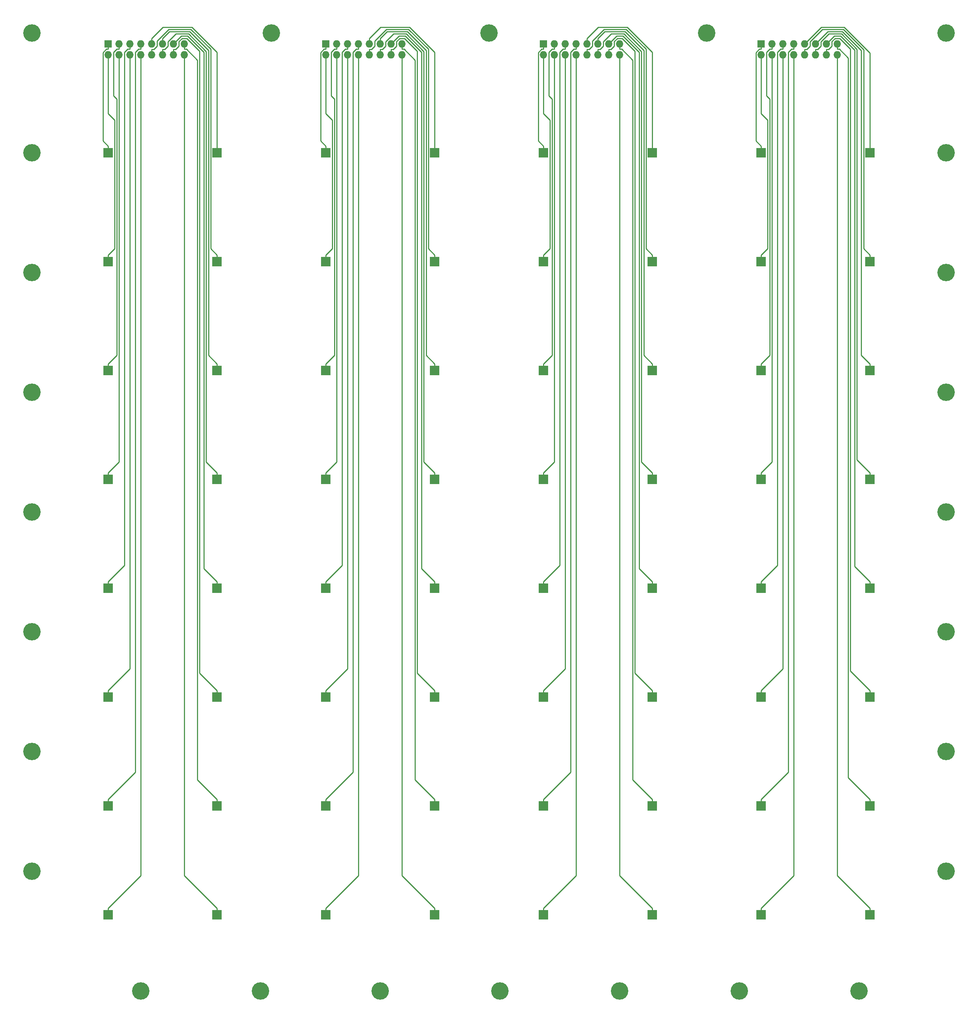
<source format=gbr>
G04 #@! TF.FileFunction,Copper,L1,Top,Signal*
%FSLAX46Y46*%
G04 Gerber Fmt 4.6, Leading zero omitted, Abs format (unit mm)*
G04 Created by KiCad (PCBNEW 4.0.1-stable) date 2016-05-02 16:33:35*
%MOMM*%
G01*
G04 APERTURE LIST*
%ADD10C,0.100000*%
%ADD11R,1.727200X1.727200*%
%ADD12O,1.727200X1.727200*%
%ADD13R,2.235200X2.235200*%
%ADD14C,4.064000*%
%ADD15C,0.254000*%
G04 APERTURE END LIST*
D10*
D11*
X48260000Y-30480000D03*
D12*
X48260000Y-33020000D03*
X50800000Y-30480000D03*
X50800000Y-33020000D03*
X53340000Y-30480000D03*
X53340000Y-33020000D03*
X55880000Y-30480000D03*
X55880000Y-33020000D03*
X58420000Y-30480000D03*
X58420000Y-33020000D03*
X60960000Y-30480000D03*
X60960000Y-33020000D03*
X63500000Y-30480000D03*
X63500000Y-33020000D03*
X66040000Y-30480000D03*
X66040000Y-33020000D03*
D13*
X48260000Y-55880000D03*
X48260000Y-81280000D03*
X48260000Y-106680000D03*
X48260000Y-132080000D03*
X48260000Y-157480000D03*
X48260000Y-182880000D03*
X48260000Y-208280000D03*
X48260000Y-233680000D03*
X73660000Y-55880000D03*
X73660000Y-81280000D03*
X73660000Y-106680000D03*
X73660000Y-132080000D03*
X73660000Y-157480000D03*
X73660000Y-182880000D03*
X73660000Y-208280000D03*
X73660000Y-233680000D03*
D11*
X99060000Y-30480000D03*
D12*
X99060000Y-33020000D03*
X101600000Y-30480000D03*
X101600000Y-33020000D03*
X104140000Y-30480000D03*
X104140000Y-33020000D03*
X106680000Y-30480000D03*
X106680000Y-33020000D03*
X109220000Y-30480000D03*
X109220000Y-33020000D03*
X111760000Y-30480000D03*
X111760000Y-33020000D03*
X114300000Y-30480000D03*
X114300000Y-33020000D03*
X116840000Y-30480000D03*
X116840000Y-33020000D03*
D13*
X99060000Y-55880000D03*
X99060000Y-81280000D03*
X99060000Y-106680000D03*
X99060000Y-132080000D03*
X99060000Y-157480000D03*
X99060000Y-182880000D03*
X99060000Y-208280000D03*
X99060000Y-233680000D03*
X124460000Y-55880000D03*
X124460000Y-81280000D03*
X124460000Y-106680000D03*
X124460000Y-132080000D03*
X124460000Y-157480000D03*
X124460000Y-182880000D03*
X124460000Y-208280000D03*
X124460000Y-233680000D03*
D11*
X149860000Y-30480000D03*
D12*
X149860000Y-33020000D03*
X152400000Y-30480000D03*
X152400000Y-33020000D03*
X154940000Y-30480000D03*
X154940000Y-33020000D03*
X157480000Y-30480000D03*
X157480000Y-33020000D03*
X160020000Y-30480000D03*
X160020000Y-33020000D03*
X162560000Y-30480000D03*
X162560000Y-33020000D03*
X165100000Y-30480000D03*
X165100000Y-33020000D03*
X167640000Y-30480000D03*
X167640000Y-33020000D03*
D13*
X149860000Y-55880000D03*
X149860000Y-81280000D03*
X149860000Y-106680000D03*
X149860000Y-132080000D03*
X149860000Y-157480000D03*
X149860000Y-182880000D03*
X149860000Y-208280000D03*
X149860000Y-233680000D03*
X175260000Y-55880000D03*
X175260000Y-81280000D03*
X175260000Y-106680000D03*
X175260000Y-132080000D03*
X175260000Y-157480000D03*
X175260000Y-182880000D03*
X175260000Y-208280000D03*
X175260000Y-233680000D03*
D11*
X200660000Y-30480000D03*
D12*
X200660000Y-33020000D03*
X203200000Y-30480000D03*
X203200000Y-33020000D03*
X205740000Y-30480000D03*
X205740000Y-33020000D03*
X208280000Y-30480000D03*
X208280000Y-33020000D03*
X210820000Y-30480000D03*
X210820000Y-33020000D03*
X213360000Y-30480000D03*
X213360000Y-33020000D03*
X215900000Y-30480000D03*
X215900000Y-33020000D03*
X218440000Y-30480000D03*
X218440000Y-33020000D03*
D13*
X200660000Y-55880000D03*
X200660000Y-81280000D03*
X200660000Y-106680000D03*
X200660000Y-132080000D03*
X200660000Y-157480000D03*
X200660000Y-182880000D03*
X200660000Y-208280000D03*
X200660000Y-233680000D03*
X226060000Y-55880000D03*
X226060000Y-81280000D03*
X226060000Y-106680000D03*
X226060000Y-132080000D03*
X226060000Y-157480000D03*
X226060000Y-182880000D03*
X226060000Y-208280000D03*
X226060000Y-233680000D03*
D14*
X30480000Y-27940000D03*
X30480000Y-55880000D03*
X30480000Y-83820000D03*
X30480000Y-111760000D03*
X30480000Y-139700000D03*
X30480000Y-167640000D03*
X30480000Y-195580000D03*
X30480000Y-223520000D03*
X55880000Y-251460000D03*
X83820000Y-251460000D03*
X111760000Y-251460000D03*
X139700000Y-251460000D03*
X167640000Y-251460000D03*
X195580000Y-251460000D03*
X223520000Y-251460000D03*
X243840000Y-223520000D03*
X243840000Y-195580000D03*
X243840000Y-167640000D03*
X243840000Y-139700000D03*
X243840000Y-111760000D03*
X243840000Y-83820000D03*
X243840000Y-55880000D03*
X243840000Y-27940000D03*
X187960000Y-27940000D03*
X137160000Y-27940000D03*
X86360000Y-27940000D03*
D15*
X47793100Y-31724900D02*
X48260000Y-31724900D01*
X47015100Y-32502900D02*
X47793100Y-31724900D01*
X47015100Y-53136200D02*
X47015100Y-32502900D01*
X48260000Y-54381100D02*
X47015100Y-53136200D01*
X48260000Y-55880000D02*
X48260000Y-54381100D01*
X48260000Y-30480000D02*
X48260000Y-31724900D01*
X48260000Y-46771700D02*
X48260000Y-33020000D01*
X49759000Y-48270700D02*
X48260000Y-46771700D01*
X49759000Y-78282100D02*
X49759000Y-48270700D01*
X48260000Y-79781100D02*
X49759000Y-78282100D01*
X48260000Y-81280000D02*
X48260000Y-79781100D01*
X48260000Y-106680000D02*
X48260000Y-105181100D01*
X50800000Y-30480000D02*
X50800000Y-31724900D01*
X50284200Y-31724900D02*
X50800000Y-31724900D01*
X49530000Y-32479100D02*
X50284200Y-31724900D01*
X49530000Y-42608500D02*
X49530000Y-32479100D01*
X50280700Y-43359200D02*
X49530000Y-42608500D01*
X50280700Y-103160400D02*
X50280700Y-43359200D01*
X48260000Y-105181100D02*
X50280700Y-103160400D01*
X48260000Y-132080000D02*
X48260000Y-130581100D01*
X50800000Y-128041100D02*
X50800000Y-34264900D01*
X48260000Y-130581100D02*
X50800000Y-128041100D01*
X50800000Y-33020000D02*
X50800000Y-34264900D01*
X52824200Y-31724900D02*
X53340000Y-31724900D01*
X52070000Y-32479100D02*
X52824200Y-31724900D01*
X52070000Y-152171100D02*
X52070000Y-32479100D01*
X48260000Y-155981100D02*
X52070000Y-152171100D01*
X48260000Y-157480000D02*
X48260000Y-155981100D01*
X53340000Y-30480000D02*
X53340000Y-31724900D01*
X53340000Y-176301100D02*
X53340000Y-33020000D01*
X48260000Y-181381100D02*
X53340000Y-176301100D01*
X48260000Y-182880000D02*
X48260000Y-181381100D01*
X55364200Y-31724900D02*
X55880000Y-31724900D01*
X54610000Y-32479100D02*
X55364200Y-31724900D01*
X54610000Y-200431100D02*
X54610000Y-32479100D01*
X48260000Y-206781100D02*
X54610000Y-200431100D01*
X48260000Y-208280000D02*
X48260000Y-206781100D01*
X55880000Y-30480000D02*
X55880000Y-31724900D01*
X55880000Y-224561100D02*
X55880000Y-33020000D01*
X48260000Y-232181100D02*
X55880000Y-224561100D01*
X48260000Y-233680000D02*
X48260000Y-232181100D01*
X61046200Y-26608900D02*
X58420000Y-29235100D01*
X67836700Y-26608900D02*
X61046200Y-26608900D01*
X73660000Y-32432200D02*
X67836700Y-26608900D01*
X73660000Y-55880000D02*
X73660000Y-32432200D01*
X58420000Y-30480000D02*
X58420000Y-29235100D01*
X58420000Y-33020000D02*
X58420000Y-31775100D01*
X73660000Y-81280000D02*
X73660000Y-79781100D01*
X72161100Y-78282200D02*
X73660000Y-79781100D01*
X72161100Y-31716200D02*
X72161100Y-78282200D01*
X67562200Y-27117300D02*
X72161100Y-31716200D01*
X62359100Y-27117300D02*
X67562200Y-27117300D01*
X59690000Y-29786400D02*
X62359100Y-27117300D01*
X59690000Y-31020900D02*
X59690000Y-29786400D01*
X58935800Y-31775100D02*
X59690000Y-31020900D01*
X58420000Y-31775100D02*
X58935800Y-31775100D01*
X60960000Y-30480000D02*
X60960000Y-29235100D01*
X73660000Y-106680000D02*
X73660000Y-105181100D01*
X71652800Y-103173900D02*
X73660000Y-105181100D01*
X71652800Y-31992500D02*
X71652800Y-103173900D01*
X67291900Y-27631600D02*
X71652800Y-31992500D01*
X62563500Y-27631600D02*
X67291900Y-27631600D01*
X60960000Y-29235100D02*
X62563500Y-27631600D01*
X60960000Y-33020000D02*
X60960000Y-31775100D01*
X73660000Y-132080000D02*
X73660000Y-130581100D01*
X71144500Y-128065600D02*
X73660000Y-130581100D01*
X71144500Y-32275000D02*
X71144500Y-128065600D01*
X67009500Y-28140000D02*
X71144500Y-32275000D01*
X64078100Y-28140000D02*
X67009500Y-28140000D01*
X62230000Y-29988100D02*
X64078100Y-28140000D01*
X62230000Y-31020900D02*
X62230000Y-29988100D01*
X61475800Y-31775100D02*
X62230000Y-31020900D01*
X60960000Y-31775100D02*
X61475800Y-31775100D01*
X65304500Y-28675500D02*
X63500000Y-30480000D01*
X66826000Y-28675500D02*
X65304500Y-28675500D01*
X70636100Y-32485600D02*
X66826000Y-28675500D01*
X70636100Y-152957200D02*
X70636100Y-32485600D01*
X73660000Y-155981100D02*
X70636100Y-152957200D01*
X73660000Y-157480000D02*
X73660000Y-155981100D01*
X63500000Y-33020000D02*
X63500000Y-31775100D01*
X73660000Y-182880000D02*
X73660000Y-181381100D01*
X69619600Y-177340700D02*
X73660000Y-181381100D01*
X69619600Y-32225700D02*
X69619600Y-177340700D01*
X66616600Y-29222700D02*
X69619600Y-32225700D01*
X65488700Y-29222700D02*
X66616600Y-29222700D01*
X64770000Y-29941400D02*
X65488700Y-29222700D01*
X64770000Y-31020900D02*
X64770000Y-29941400D01*
X64015800Y-31775100D02*
X64770000Y-31020900D01*
X63500000Y-31775100D02*
X64015800Y-31775100D01*
X73660000Y-208280000D02*
X73660000Y-206781100D01*
X66040000Y-30480000D02*
X66040000Y-31724900D01*
X69111300Y-202232400D02*
X73660000Y-206781100D01*
X69111300Y-34280400D02*
X69111300Y-202232400D01*
X66555800Y-31724900D02*
X69111300Y-34280400D01*
X66040000Y-31724900D02*
X66555800Y-31724900D01*
X66040000Y-224561100D02*
X66040000Y-33020000D01*
X73660000Y-232181100D02*
X66040000Y-224561100D01*
X73660000Y-233680000D02*
X73660000Y-232181100D01*
X98593100Y-31724900D02*
X99060000Y-31724900D01*
X97815100Y-32502900D02*
X98593100Y-31724900D01*
X97815100Y-53136200D02*
X97815100Y-32502900D01*
X99060000Y-54381100D02*
X97815100Y-53136200D01*
X99060000Y-55880000D02*
X99060000Y-54381100D01*
X99060000Y-30480000D02*
X99060000Y-31724900D01*
X99060000Y-46771700D02*
X99060000Y-33020000D01*
X100559000Y-48270700D02*
X99060000Y-46771700D01*
X100559000Y-78282100D02*
X100559000Y-48270700D01*
X99060000Y-79781100D02*
X100559000Y-78282100D01*
X99060000Y-81280000D02*
X99060000Y-79781100D01*
X99060000Y-106680000D02*
X99060000Y-105181100D01*
X101600000Y-30480000D02*
X101600000Y-31724900D01*
X101084200Y-31724900D02*
X101600000Y-31724900D01*
X100330000Y-32479100D02*
X101084200Y-31724900D01*
X100330000Y-42608500D02*
X100330000Y-32479100D01*
X101080700Y-43359200D02*
X100330000Y-42608500D01*
X101080700Y-103160400D02*
X101080700Y-43359200D01*
X99060000Y-105181100D02*
X101080700Y-103160400D01*
X99060000Y-132080000D02*
X99060000Y-130581100D01*
X101600000Y-128041100D02*
X101600000Y-34264900D01*
X99060000Y-130581100D02*
X101600000Y-128041100D01*
X101600000Y-33020000D02*
X101600000Y-34264900D01*
X103624200Y-31724900D02*
X104140000Y-31724900D01*
X102870000Y-32479100D02*
X103624200Y-31724900D01*
X102870000Y-152171100D02*
X102870000Y-32479100D01*
X99060000Y-155981100D02*
X102870000Y-152171100D01*
X99060000Y-157480000D02*
X99060000Y-155981100D01*
X104140000Y-30480000D02*
X104140000Y-31724900D01*
X104140000Y-176301100D02*
X104140000Y-33020000D01*
X99060000Y-181381100D02*
X104140000Y-176301100D01*
X99060000Y-182880000D02*
X99060000Y-181381100D01*
X106164200Y-31724900D02*
X106680000Y-31724900D01*
X105410000Y-32479100D02*
X106164200Y-31724900D01*
X105410000Y-200431100D02*
X105410000Y-32479100D01*
X99060000Y-206781100D02*
X105410000Y-200431100D01*
X99060000Y-208280000D02*
X99060000Y-206781100D01*
X106680000Y-30480000D02*
X106680000Y-31724900D01*
X106680000Y-224561100D02*
X106680000Y-33020000D01*
X99060000Y-232181100D02*
X106680000Y-224561100D01*
X99060000Y-233680000D02*
X99060000Y-232181100D01*
X111846200Y-26608900D02*
X109220000Y-29235100D01*
X118636700Y-26608900D02*
X111846200Y-26608900D01*
X124460000Y-32432200D02*
X118636700Y-26608900D01*
X124460000Y-55880000D02*
X124460000Y-32432200D01*
X109220000Y-30480000D02*
X109220000Y-29235100D01*
X109220000Y-33020000D02*
X109220000Y-31775100D01*
X124460000Y-81280000D02*
X124460000Y-79781100D01*
X122961100Y-78282200D02*
X124460000Y-79781100D01*
X122961100Y-31716200D02*
X122961100Y-78282200D01*
X118362200Y-27117300D02*
X122961100Y-31716200D01*
X113159100Y-27117300D02*
X118362200Y-27117300D01*
X110490000Y-29786400D02*
X113159100Y-27117300D01*
X110490000Y-31020900D02*
X110490000Y-29786400D01*
X109735800Y-31775100D02*
X110490000Y-31020900D01*
X109220000Y-31775100D02*
X109735800Y-31775100D01*
X111760000Y-30480000D02*
X111760000Y-29235100D01*
X124460000Y-106680000D02*
X124460000Y-105181100D01*
X122452800Y-103173900D02*
X124460000Y-105181100D01*
X122452800Y-31992500D02*
X122452800Y-103173900D01*
X118091900Y-27631600D02*
X122452800Y-31992500D01*
X113363500Y-27631600D02*
X118091900Y-27631600D01*
X111760000Y-29235100D02*
X113363500Y-27631600D01*
X111760000Y-33020000D02*
X111760000Y-31775100D01*
X124460000Y-132080000D02*
X124460000Y-130581100D01*
X121944500Y-128065600D02*
X124460000Y-130581100D01*
X121944500Y-32275000D02*
X121944500Y-128065600D01*
X117809500Y-28140000D02*
X121944500Y-32275000D01*
X114878100Y-28140000D02*
X117809500Y-28140000D01*
X113030000Y-29988100D02*
X114878100Y-28140000D01*
X113030000Y-31020900D02*
X113030000Y-29988100D01*
X112275800Y-31775100D02*
X113030000Y-31020900D01*
X111760000Y-31775100D02*
X112275800Y-31775100D01*
X116104500Y-28675500D02*
X114300000Y-30480000D01*
X117626000Y-28675500D02*
X116104500Y-28675500D01*
X121436100Y-32485600D02*
X117626000Y-28675500D01*
X121436100Y-152957200D02*
X121436100Y-32485600D01*
X124460000Y-155981100D02*
X121436100Y-152957200D01*
X124460000Y-157480000D02*
X124460000Y-155981100D01*
X114300000Y-33020000D02*
X114300000Y-31775100D01*
X124460000Y-182880000D02*
X124460000Y-181381100D01*
X120419600Y-177340700D02*
X124460000Y-181381100D01*
X120419600Y-32225700D02*
X120419600Y-177340700D01*
X117416600Y-29222700D02*
X120419600Y-32225700D01*
X116288700Y-29222700D02*
X117416600Y-29222700D01*
X115570000Y-29941400D02*
X116288700Y-29222700D01*
X115570000Y-31020900D02*
X115570000Y-29941400D01*
X114815800Y-31775100D02*
X115570000Y-31020900D01*
X114300000Y-31775100D02*
X114815800Y-31775100D01*
X124460000Y-208280000D02*
X124460000Y-206781100D01*
X116840000Y-30480000D02*
X116840000Y-31724900D01*
X119911300Y-202232400D02*
X124460000Y-206781100D01*
X119911300Y-34280400D02*
X119911300Y-202232400D01*
X117355800Y-31724900D02*
X119911300Y-34280400D01*
X116840000Y-31724900D02*
X117355800Y-31724900D01*
X116840000Y-224561100D02*
X116840000Y-33020000D01*
X124460000Y-232181100D02*
X116840000Y-224561100D01*
X124460000Y-233680000D02*
X124460000Y-232181100D01*
X149393100Y-31724900D02*
X149860000Y-31724900D01*
X148615100Y-32502900D02*
X149393100Y-31724900D01*
X148615100Y-53136200D02*
X148615100Y-32502900D01*
X149860000Y-54381100D02*
X148615100Y-53136200D01*
X149860000Y-55880000D02*
X149860000Y-54381100D01*
X149860000Y-30480000D02*
X149860000Y-31724900D01*
X149860000Y-46771700D02*
X149860000Y-33020000D01*
X151359000Y-48270700D02*
X149860000Y-46771700D01*
X151359000Y-78282100D02*
X151359000Y-48270700D01*
X149860000Y-79781100D02*
X151359000Y-78282100D01*
X149860000Y-81280000D02*
X149860000Y-79781100D01*
X149860000Y-106680000D02*
X149860000Y-105181100D01*
X152400000Y-30480000D02*
X152400000Y-31724900D01*
X151884200Y-31724900D02*
X152400000Y-31724900D01*
X151130000Y-32479100D02*
X151884200Y-31724900D01*
X151130000Y-42608500D02*
X151130000Y-32479100D01*
X151880700Y-43359200D02*
X151130000Y-42608500D01*
X151880700Y-103160400D02*
X151880700Y-43359200D01*
X149860000Y-105181100D02*
X151880700Y-103160400D01*
X149860000Y-132080000D02*
X149860000Y-130581100D01*
X152400000Y-128041100D02*
X152400000Y-34264900D01*
X149860000Y-130581100D02*
X152400000Y-128041100D01*
X152400000Y-33020000D02*
X152400000Y-34264900D01*
X154424200Y-31724900D02*
X154940000Y-31724900D01*
X153670000Y-32479100D02*
X154424200Y-31724900D01*
X153670000Y-152171100D02*
X153670000Y-32479100D01*
X149860000Y-155981100D02*
X153670000Y-152171100D01*
X149860000Y-157480000D02*
X149860000Y-155981100D01*
X154940000Y-30480000D02*
X154940000Y-31724900D01*
X154940000Y-176301100D02*
X154940000Y-33020000D01*
X149860000Y-181381100D02*
X154940000Y-176301100D01*
X149860000Y-182880000D02*
X149860000Y-181381100D01*
X156964200Y-31724900D02*
X157480000Y-31724900D01*
X156210000Y-32479100D02*
X156964200Y-31724900D01*
X156210000Y-200431100D02*
X156210000Y-32479100D01*
X149860000Y-206781100D02*
X156210000Y-200431100D01*
X149860000Y-208280000D02*
X149860000Y-206781100D01*
X157480000Y-30480000D02*
X157480000Y-31724900D01*
X157480000Y-224561100D02*
X157480000Y-33020000D01*
X149860000Y-232181100D02*
X157480000Y-224561100D01*
X149860000Y-233680000D02*
X149860000Y-232181100D01*
X162646200Y-26608900D02*
X160020000Y-29235100D01*
X169436700Y-26608900D02*
X162646200Y-26608900D01*
X175260000Y-32432200D02*
X169436700Y-26608900D01*
X175260000Y-55880000D02*
X175260000Y-32432200D01*
X160020000Y-30480000D02*
X160020000Y-29235100D01*
X160020000Y-33020000D02*
X160020000Y-31775100D01*
X175260000Y-81280000D02*
X175260000Y-79781100D01*
X173761100Y-78282200D02*
X175260000Y-79781100D01*
X173761100Y-31716200D02*
X173761100Y-78282200D01*
X169162200Y-27117300D02*
X173761100Y-31716200D01*
X163959100Y-27117300D02*
X169162200Y-27117300D01*
X161290000Y-29786400D02*
X163959100Y-27117300D01*
X161290000Y-31020900D02*
X161290000Y-29786400D01*
X160535800Y-31775100D02*
X161290000Y-31020900D01*
X160020000Y-31775100D02*
X160535800Y-31775100D01*
X162560000Y-30480000D02*
X162560000Y-29235100D01*
X175260000Y-106680000D02*
X175260000Y-105181100D01*
X173252800Y-103173900D02*
X175260000Y-105181100D01*
X173252800Y-31992500D02*
X173252800Y-103173900D01*
X168891900Y-27631600D02*
X173252800Y-31992500D01*
X164163500Y-27631600D02*
X168891900Y-27631600D01*
X162560000Y-29235100D02*
X164163500Y-27631600D01*
X162560000Y-33020000D02*
X162560000Y-31775100D01*
X175260000Y-132080000D02*
X175260000Y-130581100D01*
X172744500Y-128065600D02*
X175260000Y-130581100D01*
X172744500Y-32275000D02*
X172744500Y-128065600D01*
X168609500Y-28140000D02*
X172744500Y-32275000D01*
X165678100Y-28140000D02*
X168609500Y-28140000D01*
X163830000Y-29988100D02*
X165678100Y-28140000D01*
X163830000Y-31020900D02*
X163830000Y-29988100D01*
X163075800Y-31775100D02*
X163830000Y-31020900D01*
X162560000Y-31775100D02*
X163075800Y-31775100D01*
X166904500Y-28675500D02*
X165100000Y-30480000D01*
X168426000Y-28675500D02*
X166904500Y-28675500D01*
X172236100Y-32485600D02*
X168426000Y-28675500D01*
X172236100Y-152957200D02*
X172236100Y-32485600D01*
X175260000Y-155981100D02*
X172236100Y-152957200D01*
X175260000Y-157480000D02*
X175260000Y-155981100D01*
X165100000Y-33020000D02*
X165100000Y-31775100D01*
X175260000Y-182880000D02*
X175260000Y-181381100D01*
X171219600Y-177340700D02*
X175260000Y-181381100D01*
X171219600Y-32225700D02*
X171219600Y-177340700D01*
X168216600Y-29222700D02*
X171219600Y-32225700D01*
X167088700Y-29222700D02*
X168216600Y-29222700D01*
X166370000Y-29941400D02*
X167088700Y-29222700D01*
X166370000Y-31020900D02*
X166370000Y-29941400D01*
X165615800Y-31775100D02*
X166370000Y-31020900D01*
X165100000Y-31775100D02*
X165615800Y-31775100D01*
X175260000Y-208280000D02*
X175260000Y-206781100D01*
X167640000Y-30480000D02*
X167640000Y-31724900D01*
X170711300Y-202232400D02*
X175260000Y-206781100D01*
X170711300Y-34280400D02*
X170711300Y-202232400D01*
X168155800Y-31724900D02*
X170711300Y-34280400D01*
X167640000Y-31724900D02*
X168155800Y-31724900D01*
X167640000Y-224561100D02*
X167640000Y-33020000D01*
X175260000Y-232181100D02*
X167640000Y-224561100D01*
X175260000Y-233680000D02*
X175260000Y-232181100D01*
X200193100Y-31724900D02*
X200660000Y-31724900D01*
X199415100Y-32502900D02*
X200193100Y-31724900D01*
X199415100Y-53136200D02*
X199415100Y-32502900D01*
X200660000Y-54381100D02*
X199415100Y-53136200D01*
X200660000Y-55880000D02*
X200660000Y-54381100D01*
X200660000Y-30480000D02*
X200660000Y-31724900D01*
X200660000Y-46771700D02*
X200660000Y-33020000D01*
X202159000Y-48270700D02*
X200660000Y-46771700D01*
X202159000Y-78282100D02*
X202159000Y-48270700D01*
X200660000Y-79781100D02*
X202159000Y-78282100D01*
X200660000Y-81280000D02*
X200660000Y-79781100D01*
X200660000Y-106680000D02*
X200660000Y-105181100D01*
X203200000Y-30480000D02*
X203200000Y-31724900D01*
X202684200Y-31724900D02*
X203200000Y-31724900D01*
X201930000Y-32479100D02*
X202684200Y-31724900D01*
X201930000Y-42608500D02*
X201930000Y-32479100D01*
X202680700Y-43359200D02*
X201930000Y-42608500D01*
X202680700Y-103160400D02*
X202680700Y-43359200D01*
X200660000Y-105181100D02*
X202680700Y-103160400D01*
X200660000Y-132080000D02*
X200660000Y-130581100D01*
X203200000Y-128041100D02*
X203200000Y-34264900D01*
X200660000Y-130581100D02*
X203200000Y-128041100D01*
X203200000Y-33020000D02*
X203200000Y-34264900D01*
X205224200Y-31724900D02*
X205740000Y-31724900D01*
X204470000Y-32479100D02*
X205224200Y-31724900D01*
X204470000Y-152171100D02*
X204470000Y-32479100D01*
X200660000Y-155981100D02*
X204470000Y-152171100D01*
X200660000Y-157480000D02*
X200660000Y-155981100D01*
X205740000Y-30480000D02*
X205740000Y-31724900D01*
X205740000Y-176301100D02*
X205740000Y-33020000D01*
X200660000Y-181381100D02*
X205740000Y-176301100D01*
X200660000Y-182880000D02*
X200660000Y-181381100D01*
X207764200Y-31724900D02*
X208280000Y-31724900D01*
X207010000Y-32479100D02*
X207764200Y-31724900D01*
X207010000Y-200431100D02*
X207010000Y-32479100D01*
X200660000Y-206781100D02*
X207010000Y-200431100D01*
X200660000Y-208280000D02*
X200660000Y-206781100D01*
X208280000Y-30480000D02*
X208280000Y-31724900D01*
X208280000Y-224561100D02*
X208280000Y-33020000D01*
X200660000Y-232181100D02*
X208280000Y-224561100D01*
X200660000Y-233680000D02*
X200660000Y-232181100D01*
X214691100Y-26608900D02*
X210820000Y-30480000D01*
X220064000Y-26608900D02*
X214691100Y-26608900D01*
X226060000Y-32604900D02*
X220064000Y-26608900D01*
X226060000Y-55880000D02*
X226060000Y-32604900D01*
X210820000Y-33020000D02*
X210820000Y-31775100D01*
X226060000Y-81280000D02*
X226060000Y-79781100D01*
X224561100Y-78282200D02*
X226060000Y-79781100D01*
X224561000Y-78282200D02*
X224561100Y-78282200D01*
X224561000Y-31843900D02*
X224561000Y-78282200D01*
X219834400Y-27117300D02*
X224561000Y-31843900D01*
X214948100Y-27117300D02*
X219834400Y-27117300D01*
X212090000Y-29975400D02*
X214948100Y-27117300D01*
X212090000Y-31020900D02*
X212090000Y-29975400D01*
X211335800Y-31775100D02*
X212090000Y-31020900D01*
X210820000Y-31775100D02*
X211335800Y-31775100D01*
X226060000Y-106680000D02*
X226060000Y-105181100D01*
X224052600Y-103173700D02*
X226060000Y-105181100D01*
X224052600Y-32054500D02*
X224052600Y-103173700D01*
X219629700Y-27631600D02*
X224052600Y-32054500D01*
X216208400Y-27631600D02*
X219629700Y-27631600D01*
X213360000Y-30480000D02*
X216208400Y-27631600D01*
X213360000Y-33020000D02*
X213360000Y-31775100D01*
X226060000Y-132080000D02*
X226060000Y-130581100D01*
X223036100Y-127557200D02*
X226060000Y-130581100D01*
X223036100Y-31766500D02*
X223036100Y-127557200D01*
X219409600Y-28140000D02*
X223036100Y-31766500D01*
X216478100Y-28140000D02*
X219409600Y-28140000D01*
X214630000Y-29988100D02*
X216478100Y-28140000D01*
X214630000Y-31020900D02*
X214630000Y-29988100D01*
X213875800Y-31775100D02*
X214630000Y-31020900D01*
X213360000Y-31775100D02*
X213875800Y-31775100D01*
X226060000Y-157480000D02*
X226060000Y-155981100D01*
X222527800Y-152448900D02*
X226060000Y-155981100D01*
X222527800Y-31977300D02*
X222527800Y-152448900D01*
X219226000Y-28675500D02*
X222527800Y-31977300D01*
X217704500Y-28675500D02*
X219226000Y-28675500D01*
X215900000Y-30480000D02*
X217704500Y-28675500D01*
X215900000Y-33020000D02*
X215900000Y-31775100D01*
X226060000Y-182880000D02*
X226060000Y-181381100D01*
X221511300Y-176832400D02*
X226060000Y-181381100D01*
X221511300Y-31717400D02*
X221511300Y-176832400D01*
X219016600Y-29222700D02*
X221511300Y-31717400D01*
X217888700Y-29222700D02*
X219016600Y-29222700D01*
X217170000Y-29941400D02*
X217888700Y-29222700D01*
X217170000Y-31020900D02*
X217170000Y-29941400D01*
X216415800Y-31775100D02*
X217170000Y-31020900D01*
X215900000Y-31775100D02*
X216415800Y-31775100D01*
X226060000Y-208280000D02*
X226060000Y-206781100D01*
X218440000Y-30480000D02*
X218440000Y-31724900D01*
X221003000Y-201724100D02*
X226060000Y-206781100D01*
X221003000Y-33772100D02*
X221003000Y-201724100D01*
X218955800Y-31724900D02*
X221003000Y-33772100D01*
X218440000Y-31724900D02*
X218955800Y-31724900D01*
X218440000Y-224561100D02*
X218440000Y-33020000D01*
X226060000Y-232181100D02*
X218440000Y-224561100D01*
X226060000Y-233680000D02*
X226060000Y-232181100D01*
M02*

</source>
